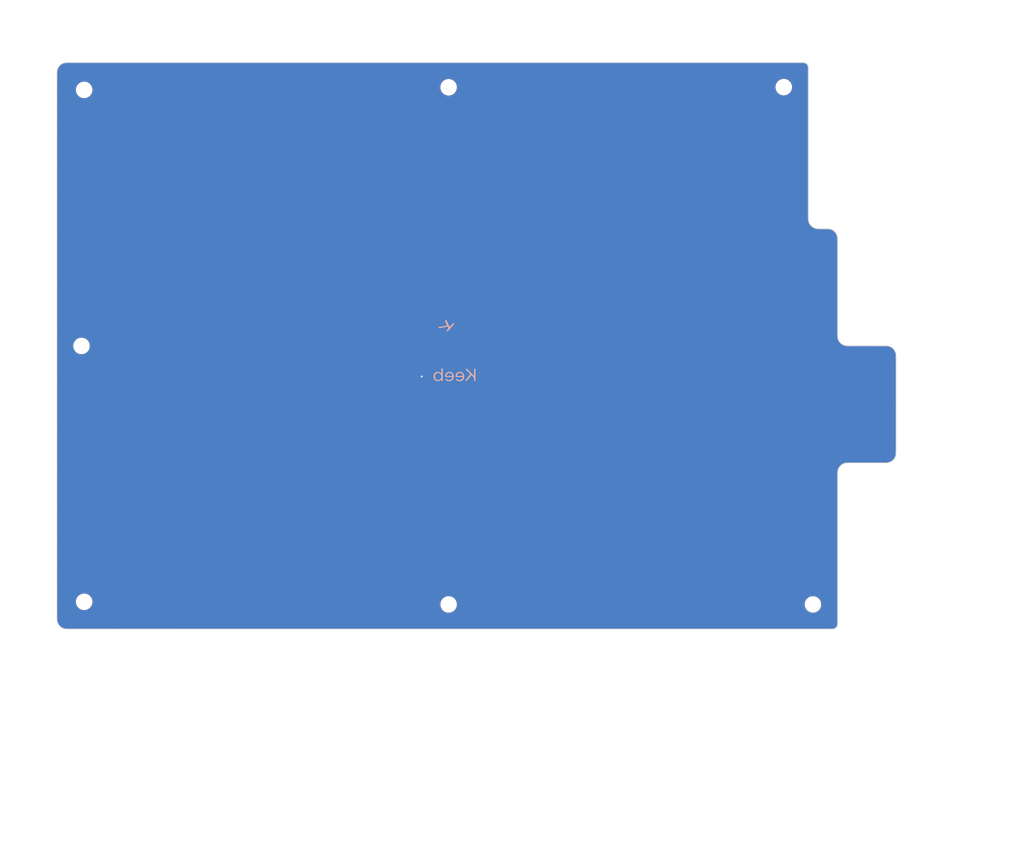
<source format=kicad_pcb>
(kicad_pcb (version 20221018) (generator pcbnew)
  (layers (0 "F.Cu" signal) (31 "B.Cu" signal) (34 "B.Paste" user) (35 "F.Paste" user) (36 "B.SilkS" user "B.Silkscreen") (37 "F.SilkS" user "F.Silkscreen") (38 "B.Mask" user) (39 "F.Mask" user) (44 "Edge.Cuts" user))
  (net 0 "")
  (net 1 "GND")
  (footprint "Mounting_Holes:MountingHole_2.2mm_M2" (layer "F.Cu") (at 138.275 103.325)
    (fp_text reference "REF**" hide)
    (fp_text value "MountingHole_2.2mm_M2" hide)
    (pad "" np_thru_hole circle (at 0 0) (size 2.2 2.2) (drill 2.2) (layers "*.Cu" "*.Mask"))
  )
  (footprint "Keebio-Parts:VIA-0.6mm" (layer "F.Cu") (at 74.6 66.225)
    (fp_text reference "REF**" hide)
    (fp_text value "VIA-0.6mm" hide)
    (pad "1" thru_hole circle (at 0 0) (size 0.6 0.6) (drill 0.3) (layers "*.Cu") (net 1 "GND"))
  )
  (footprint "Mounting_Holes:MountingHole_2.2mm_M2" (layer "F.Cu") (at 78.975 103.325)
    (fp_text reference "REF**" hide)
    (fp_text value "MountingHole_2.2mm_M2" hide)
    (pad "" np_thru_hole circle (at 0 0) (size 2.2 2.2) (drill 2.2) (layers "*.Cu" "*.Mask"))
  )
  (footprint "Mounting_Holes:MountingHole_2.2mm_M2" (layer "F.Cu") (at 19.65 102.9)
    (fp_text reference "REF**" hide)
    (fp_text value "MountingHole_2.2mm_M2" hide)
    (pad "" np_thru_hole circle (at 0 0) (size 2.2 2.2) (drill 2.2) (layers "*.Cu" "*.Mask"))
  )
  (footprint "Mounting_Holes:MountingHole_2.2mm_M2" (layer "F.Cu") (at 19.225 61.25)
    (fp_text reference "REF**" hide)
    (fp_text value "MountingHole_2.2mm_M2" hide)
    (pad "" np_thru_hole circle (at 0 0) (size 2.2 2.2) (drill 2.2) (layers "*.Cu" "*.Mask"))
  )
  (footprint "Mounting_Holes:MountingHole_2.2mm_M2" (layer "F.Cu") (at 19.65 19.575)
    (fp_text reference "REF**" hide)
    (fp_text value "MountingHole_2.2mm_M2" hide)
    (pad "" np_thru_hole circle (at 0 0) (size 2.2 2.2) (drill 2.2) (layers "*.Cu" "*.Mask"))
  )
  (footprint "Mounting_Holes:MountingHole_2.2mm_M2" (layer "F.Cu") (at 78.975 19.15)
    (fp_text reference "REF**" hide)
    (fp_text value "MountingHole_2.2mm_M2" hide)
    (pad "" np_thru_hole circle (at 0 0) (size 2.2 2.2) (drill 2.2) (layers "*.Cu" "*.Mask"))
  )
  (footprint "Mounting_Holes:MountingHole_2.2mm_M2" (layer "F.Cu") (at 133.525 19.125)
    (fp_text reference "REF**" hide)
    (fp_text value "MountingHole_2.2mm_M2" hide)
    (pad "" np_thru_hole circle (at 0 0) (size 2.2 2.2) (drill 2.2) (layers "*.Cu" "*.Mask"))
  )
  (footprint "Keebio-Art:Keebio-TwoTone" (layer "B.Cu") (at 78.58125 61.317188 180)
    (fp_text reference "G***" hide)
    (fp_text value "LOGO" hide)
  )
  (gr_line (start 144.315525 61.229177) (end 144.244848 61.229177) (stroke (width 0.1)) (layer "Edge.Cuts"))
  (gr_line (start 143.8505 80.285275) (end 143.947526 80.280878) (stroke (width 0.1)) (layer "Edge.Cuts"))
  (gr_line (start 144.244848 61.229177) (end 144.187086 61.229177) (stroke (width 0.1)) (layer "Edge.Cuts"))
  (gr_line (start 145.118388 80.279177) (end 145.465639 80.279177) (stroke (width 0.1)) (layer "Edge.Cuts"))
  (gr_line (start 137.518822 36.939107) (end 137.518822 35.528531) (stroke (width 0.1)) (layer "Edge.Cuts"))
  (gr_line (start 142.293894 59.742993) (end 142.286166 59.638467) (stroke (width 0.1)) (layer "Edge.Cuts"))
  (gr_line (start 142.819585 80.686049) (end 142.924666 80.599546) (stroke (width 0.1)) (layer "Edge.Cuts"))
  (gr_line (start 137.518822 40.08311) (end 137.518822 39.833921) (stroke (width 0.1)) (layer "Edge.Cuts"))
  (gr_line (start 144.187086 61.229177) (end 144.130961 61.229177) (stroke (width 0.1)) (layer "Edge.Cuts"))
  (gr_line (start 15.561535 106.715265) (end 15.650424 106.818604) (stroke (width 0.1)) (layer "Edge.Cuts"))
  (gr_line (start 23.121398 15.129176) (end 20.473628 15.129176) (stroke (width 0.1)) (layer "Edge.Cuts"))
  (gr_line (start 151.806322 78.409879) (end 151.806322 78.338959) (stroke (width 0.1)) (layer "Edge.Cuts"))
  (gr_line (start 151.669012 79.321381) (end 151.713619 79.200516) (stroke (width 0.1)) (layer "Edge.Cuts"))
  (gr_line (start 140.989306 107.32919) (end 141.294712 107.329187) (stroke (width 0.1)) (layer "Edge.Cuts"))
  (gr_line (start 142.281322 45.521611) (end 142.281322 45.007843) (stroke (width 0.1)) (layer "Edge.Cuts"))
  (gr_line (start 137.518822 40.228079) (end 137.518822 40.08311) (stroke (width 0.1)) (layer "Edge.Cuts"))
  (gr_line (start 137.32533 15.408733) (end 137.278703 15.359015) (stroke (width 0.1)) (layer "Edge.Cuts"))
  (gr_line (start 142.281322 105.759615) (end 142.281322 105.271317) (stroke (width 0.1)) (layer "Edge.Cuts"))
  (gr_line (start 151.806322 71.711946) (end 151.806322 70.367824) (stroke (width 0.1)) (layer "Edge.Cuts"))
  (gr_line (start 139.396757 42.179177) (end 139.339089 42.179177) (stroke (width 0.1)) (layer "Edge.Cuts"))
  (gr_line (start 137.527116 40.642224) (end 137.521514 40.542063) (stroke (width 0.1)) (layer "Edge.Cuts"))
  (gr_line (start 141.787795 107.267091) (end 141.847298 107.240374) (stroke (width 0.1)) (layer "Edge.Cuts"))
  (gr_line (start 150.638224 61.296037) (end 150.518388 61.269372) (stroke (width 0.1)) (layer "Edge.Cuts"))
  (gr_line (start 15.356688 106.372629) (end 15.413502 106.491109) (stroke (width 0.1)) (layer "Edge.Cuts"))
  (gr_line (start 17.007035 15.129193) (end 16.9278 15.129887) (stroke (width 0.1)) (layer "Edge.Cuts"))
  (gr_line (start 56.291979 15.129176) (end 46.87138 15.129176) (stroke (width 0.1)) (layer "Edge.Cuts"))
  (gr_line (start 142.281322 84.378948) (end 142.281322 83.572763) (stroke (width 0.1)) (layer "Edge.Cuts"))
  (gr_line (start 151.758777 62.480072) (end 151.729234 62.359555) (stroke (width 0.1)) (layer "Edge.Cuts"))
  (gr_line (start 15.219375 97.285287) (end 15.219375 100.322761) (stroke (width 0.1)) (layer "Edge.Cuts"))
  (gr_line (start 137.51823 15.970419) (end 137.516405 15.923125) (stroke (width 0.1)) (layer "Edge.Cuts"))
  (gr_line (start 137.613452 41.106484) (end 137.579233 40.985346) (stroke (width 0.1)) (layer "Edge.Cuts"))
  (gr_line (start 150.947817 80.09521) (end 151.063134 80.028405) (stroke (width 0.1)) (layer "Edge.Cuts"))
  (gr_line (start 141.294712 107.329187) (end 141.371663 107.329186) (stroke (width 0.1)) (layer "Edge.Cuts"))
  (gr_line (start 21.647726 107.330375) (end 24.875384 107.330343) (stroke (width 0.1)) (layer "Edge.Cuts"))
  (gr_line (start 149.539389 61.229177) (end 149.359714 61.229177) (stroke (width 0.1)) (layer "Edge.Cuts"))
  (gr_line (start 142.281322 46.206594) (end 142.281322 45.521611) (stroke (width 0.1)) (layer "Edge.Cuts"))
  (gr_line (start 143.985508 61.228389) (end 143.893122 61.225402) (stroke (width 0.1)) (layer "Edge.Cuts"))
  (gr_line (start 149.359714 61.229177) (end 149.121462 61.229177) (stroke (width 0.1)) (layer "Edge.Cuts"))
  (gr_line (start 148.433061 61.229177) (end 147.996792 61.229177) (stroke (width 0.1)) (layer "Edge.Cuts"))
  (gr_line (start 143.035657 80.522876) (end 143.151389 80.457205) (stroke (width 0.1)) (layer "Edge.Cuts"))
  (gr_line (start 140.000993 42.179177) (end 139.934145 42.179177) (stroke (width 0.1)) (layer "Edge.Cuts"))
  (gr_line (start 142.281322 88.554205) (end 142.281322 86.85288) (stroke (width 0.1)) (layer "Edge.Cuts"))
  (gr_line (start 15.227292 105.788323) (end 15.237489 105.89671) (stroke (width 0.1)) (layer "Edge.Cuts"))
  (gr_line (start 140.937559 42.209679) (end 140.823893 42.194639) (stroke (width 0.1)) (layer "Edge.Cuts"))
  (gr_line (start 150.402202 61.250949) (end 150.291901 61.239242) (stroke (width 0.1)) (layer "Edge.Cuts"))
  (gr_line (start 87.740958 15.129176) (end 77.132652 15.129176) (stroke (width 0.1)) (layer "Edge.Cuts"))
  (gr_line (start 97.933401 15.129177) (end 87.740958 15.129176) (stroke (width 0.1)) (layer "Edge.Cuts"))
  (gr_line (start 151.218914 61.593773) (end 151.110877 61.511799) (stroke (width 0.1)) (layer "Edge.Cuts"))
  (gr_line (start 142.281322 53.355702) (end 142.281322 52.02435) (stroke (width 0.1)) (layer "Edge.Cuts"))
  (gr_line (start 142.278631 43.816291) (end 142.273029 43.716131) (stroke (width 0.1)) (layer "Edge.Cuts"))
  (gr_line (start 139.934145 42.179177) (end 139.866 42.179177) (stroke (width 0.1)) (layer "Edge.Cuts"))
  (gr_line (start 142.186692 43.25187) (end 142.14151 43.131074) (stroke (width 0.1)) (layer "Edge.Cuts"))
  (gr_line (start 141.532567 42.426399) (end 141.417041 42.36016) (stroke (width 0.1)) (layer "Edge.Cuts"))
  (gr_line (start 15.611442 15.684211) (end 15.526471 15.790341) (stroke (width 0.1)) (layer "Edge.Cuts"))
  (gr_line (start 142.281322 48.162078) (end 142.281322 47.089256) (stroke (width 0.1)) (layer "Edge.Cuts"))
  (gr_line (start 16.671374 107.314375) (end 16.778488 107.32368) (stroke (width 0.1)) (layer "Edge.Cuts"))
  (gr_line (start 133.362218 15.129177) (end 130.769976 15.129177) (stroke (width 0.1)) (layer "Edge.Cuts"))
  (gr_line (start 140.06395 42.179177) (end 140.000993 42.179177) (stroke (width 0.1)) (layer "Edge.Cuts"))
  (gr_line (start 149.671762 61.229177) (end 149.539389 61.229177) (stroke (width 0.1)) (layer "Edge.Cuts"))
  (gr_line (start 15.413502 106.491109) (end 15.482171 106.60571) (stroke (width 0.1)) (layer "Edge.Cuts"))
  (gr_line (start 26.898409 15.129176) (end 23.121398 15.129176) (stroke (width 0.1)) (layer "Edge.Cuts"))
  (gr_line (start 142.281322 106.33109) (end 142.281322 106.313649) (stroke (width 0.1)) (layer "Edge.Cuts"))
  (gr_line (start 142.281322 106.331493) (end 142.281322 106.33109) (stroke (width 0.1)) (layer "Edge.Cuts"))
  (gr_line (start 146.068375 61.229177) (end 145.634417 61.229177) (stroke (width 0.1)) (layer "Edge.Cuts"))
  (gr_line (start 136.446718 15.129177) (end 135.996709 15.129177) (stroke (width 0.1)) (layer "Edge.Cuts"))
  (gr_line (start 137.505899 15.815023) (end 137.495698 15.756447) (stroke (width 0.1)) (layer "Edge.Cuts"))
  (gr_line (start 15.22067 16.810245) (end 15.21947 16.893641) (stroke (width 0.1)) (layer "Edge.Cuts"))
  (gr_line (start 137.518822 18.810469) (end 137.518822 17.853899) (stroke (width 0.1)) (layer "Edge.Cuts"))
  (gr_line (start 137.228211 15.313288) (end 137.174434 15.272134) (stroke (width 0.1)) (layer "Edge.Cuts"))
  (gr_line (start 151.806322 69.038392) (end 151.806322 67.774852) (stroke (width 0.1)) (layer "Edge.Cuts"))
  (gr_line (start 142.273029 43.716131) (end 142.262557 43.607373) (stroke (width 0.1)) (layer "Edge.Cuts"))
  (gr_line (start 151.806322 66.628405) (end 151.806322 65.650241) (stroke (width 0.1)) (layer "Edge.Cuts"))
  (gr_line (start 139.339089 42.179177) (end 139.266623 42.17897) (stroke (width 0.1)) (layer "Edge.Cuts"))
  (gr_line (start 142.971319 60.942757) (end 142.863576 60.860302) (stroke (width 0.1)) (layer "Edge.Cuts"))
  (gr_line (start 141.417041 42.36016) (end 141.297899 42.305992) (stroke (width 0.1)) (layer "Edge.Cuts"))
  (gr_line (start 151.806322 75.320422) (end 151.806322 74.239447) (stroke (width 0.1)) (layer "Edge.Cuts"))
  (gr_line (start 137.516405 15.923125) (end 137.512548 15.870954) (stroke (width 0.1)) (layer "Edge.Cuts"))
  (gr_line (start 151.806322 65.650241) (end 151.806322 64.874224) (stroke (width 0.1)) (layer "Edge.Cuts"))
  (gr_line (start 142.631817 80.883881) (end 142.721579 80.781216) (stroke (width 0.1)) (layer "Edge.Cuts"))
  (gr_line (start 15.806784 15.493771) (end 15.705268 15.584965) (stroke (width 0.1)) (layer "Edge.Cuts"))
  (gr_line (start 142.281322 103.593802) (end 142.281322 102.322755) (stroke (width 0.1)) (layer "Edge.Cuts"))
  (gr_line (start 137.481185 15.696341) (end 137.461599 15.635822) (stroke (width 0.1)) (layer "Edge.Cuts"))
  (gr_line (start 139.442069 42.179177) (end 139.396757 42.179177) (stroke (width 0.1)) (layer "Edge.Cuts"))
  (gr_line (start 122.016103 15.129177) (end 115.447161 15.129177) (stroke (width 0.1)) (layer "Edge.Cuts"))
  (gr_line (start 138.623347 42.094521) (end 138.502245 42.052362) (stroke (width 0.1)) (layer "Edge.Cuts"))
  (gr_line (start 143.270673 80.403649) (end 143.391815 80.362044) (stroke (width 0.1)) (layer "Edge.Cuts"))
  (gr_line (start 149.897848 61.229177) (end 149.839715 61.229177) (stroke (width 0.1)) (layer "Edge.Cuts"))
  (gr_line (start 141.935009 42.789102) (end 141.845683 42.686099) (stroke (width 0.1)) (layer "Edge.Cuts"))
  (gr_line (start 15.219375 19.066457) (end 15.219375 20.798074) (stroke (width 0.1)) (layer "Edge.Cuts"))
  (gr_line (start 142.263039 106.677047) (end 142.271628 106.619494) (stroke (width 0.1)) (layer "Edge.Cuts"))
  (gr_line (start 140.120423 42.179177) (end 140.06395 42.179177) (stroke (width 0.1)) (layer "Edge.Cuts"))
  (gr_line (start 139.594432 42.179177) (end 139.563266 42.179177) (stroke (width 0.1)) (layer "Edge.Cuts"))
  (gr_line (start 16.733796 15.139241) (end 16.623496 15.150947) (stroke (width 0.1)) (layer "Edge.Cuts"))
  (gr_line (start 144.366277 80.279177) (end 144.480118 80.279177) (stroke (width 0.1)) (layer "Edge.Cuts"))
  (gr_line (start 151.806322 70.367824) (end 151.806322 69.038392) (stroke (width 0.1)) (layer "Edge.Cuts"))
  (gr_line (start 16.623496 15.150947) (end 16.50731 15.169371) (stroke (width 0.1)) (layer "Edge.Cuts"))
  (gr_line (start 141.608146 107.314418) (end 141.667109 107.303368) (stroke (width 0.1)) (layer "Edge.Cuts"))
  (gr_line (start 142.281322 96.841829) (end 142.281322 94.711233) (stroke (width 0.1)) (layer "Edge.Cuts"))
  (gr_line (start 139.736195 42.179177) (end 139.679721 42.179177) (stroke (width 0.1)) (layer "Edge.Cuts"))
  (gr_line (start 139.632297 42.179177) (end 139.594432 42.179177) (stroke (width 0.1)) (layer "Edge.Cuts"))
  (gr_line (start 147.523393 61.229177) (end 147.031659 61.229177) (stroke (width 0.1)) (layer "Edge.Cuts"))
  (gr_line (start 151.414256 61.784212) (end 151.320429 61.684966) (stroke (width 0.1)) (layer "Edge.Cuts"))
  (gr_line (start 142.271628 106.619494) (end 142.276991 106.565059) (stroke (width 0.1)) (layer "Edge.Cuts"))
  (gr_line (start 151.320429 61.684966) (end 151.218914 61.593773) (stroke (width 0.1)) (layer "Edge.Cuts"))
  (gr_line (start 52.101852 107.330072) (end 62.305565 107.329971) (stroke (width 0.1)) (layer "Edge.Cuts"))
  (gr_line (start 136.765574 15.134421) (end 136.714349 15.131061) (stroke (width 0.1)) (layer "Edge.Cuts"))
  (gr_line (start 142.281322 98.875168) (end 142.281322 96.841829) (stroke (width 0.1)) (layer "Edge.Cuts"))
  (gr_line (start 140.403387 42.179177) (end 140.358076 42.179177) (stroke (width 0.1)) (layer "Edge.Cuts"))
  (gr_line (start 142.281322 94.711233) (end 142.281322 92.565211) (stroke (width 0.1)) (layer "Edge.Cuts"))
  (gr_line (start 15.451524 15.902189) (end 15.387768 16.018586) (stroke (width 0.1)) (layer "Edge.Cuts"))
  (gr_line (start 142.281322 92.565211) (end 142.281322 90.485591) (stroke (width 0.1)) (layer "Edge.Cuts"))
  (gr_line (start 151.54353 79.554461) (end 151.612198 79.43986) (stroke (width 0.1)) (layer "Edge.Cuts"))
  (gr_line (start 142.343182 81.467077) (end 142.377906 81.345903) (stroke (width 0.1)) (layer "Edge.Cuts"))
  (gr_line (start 151.806322 77.428829) (end 151.806322 76.907283) (stroke (width 0.1)) (layer "Edge.Cuts"))
  (gr_line (start 150.879911 61.380181) (end 150.759477 61.332465) (stroke (width 0.1)) (layer "Edge.Cuts"))
  (gr_line (start 142.281322 106.334274) (end 142.281322 106.332123) (stroke (width 0.1)) (layer "Edge.Cuts"))
  (gr_line (start 142.282509 59.54371) (end 142.281399 59.460957) (stroke (width 0.1)) (layer "Edge.Cuts"))
  (gr_line (start 137.174434 15.272134) (end 137.117958 15.236135) (stroke (width 0.1)) (layer "Edge.Cuts"))
  (gr_line (start 150.828822 80.149989) (end 150.947817 80.09521) (stroke (width 0.1)) (layer "Edge.Cuts"))
  (gr_line (start 15.31208 106.251764) (end 15.356688 106.372629) (stroke (width 0.1)) (layer "Edge.Cuts"))
  (gr_line (start 17.257553 15.129176) (end 17.078538 15.129176) (stroke (width 0.1)) (layer "Edge.Cuts"))
  (gr_line (start 18.136582 107.330409) (end 19.472433 107.330396) (stroke (width 0.1)) (layer "Edge.Cuts"))
  (gr_line (start 140.236878 42.179177) (end 140.205713 42.179177) (stroke (width 0.1)) (layer "Edge.Cuts"))
  (gr_line (start 151.747339 79.079419) (end 151.771695 78.960323) (stroke (width 0.1)) (layer "Edge.Cuts"))
  (gr_line (start 15.219375 17.969105) (end 15.219375 19.066457) (stroke (width 0.1)) (layer "Edge.Cuts"))
  (gr_line (start 145.877663 80.279177) (end 146.335754 80.279177) (stroke (width 0.1)) (layer "Edge.Cuts"))
  (gr_line (start 142.281322 106.313649) (end 142.281322 106.239866) (stroke (width 0.1)) (layer "Edge.Cuts"))
  (gr_line (start 142.279888 106.514858) (end 142.281077 106.470005) (stroke (width 0.1)) (layer "Edge.Cuts"))
  (gr_line (start 145.465639 80.279177) (end 145.877663 80.279177) (stroke (width 0.1)) (layer "Edge.Cuts"))
  (gr_line (start 137.716056 41.345596) (end 137.658635 41.22728) (stroke (width 0.1)) (layer "Edge.Cuts"))
  (gr_line (start 142.281322 44.219022) (end 142.281322 44.115309) (stroke (width 0.1)) (layer "Edge.Cuts"))
  (gr_line (start 15.232458 16.610007) (end 15.224492 16.714955) (stroke (width 0.1)) (layer "Edge.Cuts"))
  (gr_line (start 143.322207 61.123819) (end 143.201871 61.075509) (stroke (width 0.1)) (layer "Edge.Cuts"))
  (gr_line (start 142.307215 59.855053) (end 142.293894 59.742993) (stroke (width 0.1)) (layer "Edge.Cuts"))
  (gr_line (start 144.219305 80.279177) (end 144.283098 80.279177) (stroke (width 0.1)) (layer "Edge.Cuts"))
  (gr_line (start 16.438868 107.276036) (end 16.557423 107.299001) (stroke (width 0.1)) (layer "Edge.Cuts"))
  (gr_line (start 137.518822 39.833921) (end 137.518822 39.43772) (stroke (width 0.1)) (layer "Edge.Cuts"))
  (gr_line (start 139.266623 42.17897) (end 139.180506 42.177339) (stroke (width 0.1)) (layer "Edge.Cuts"))
  (gr_line (start 15.21947 16.893641) (end 15.219375 16.963463) (stroke (width 0.1)) (layer "Edge.Cuts"))
  (gr_line (start 142.281322 50.680828) (end 142.281322 49.376336) (stroke (width 0.1)) (layer "Edge.Cuts"))
  (gr_line (start 150.149187 80.277196) (end 150.247227 80.272434) (stroke (width 0.1)) (layer "Edge.Cuts"))
  (gr_line (start 142.281322 59.244596) (end 142.281322 59.112156) (stroke (width 0.1)) (layer "Edge.Cuts"))
  (gr_line (start 137.785278 41.459976) (end 137.716056 41.345596) (stroke (width 0.1)) (layer "Edge.Cuts"))
  (gr_line (start 16.50731 15.169371) (end 16.387473 15.196036) (stroke (width 0.1)) (layer "Edge.Cuts"))
  (gr_line (start 146.821115 80.279177) (end 147.314951 80.279177) (stroke (width 0.1)) (layer "Edge.Cuts"))
  (gr_line (start 149.469246 80.279177) (end 149.620401 80.279177) (stroke (width 0.1)) (layer "Edge.Cuts"))
  (gr_line (start 151.806322 74.239447) (end 151.806322 73.019554) (stroke (width 0.1)) (layer "Edge.Cuts"))
  (gr_line (start 142.377906 81.345903) (end 142.423666 81.225182) (stroke (width 0.1)) (layer "Edge.Cuts"))
  (gr_line (start 149.620401 80.279177) (end 149.730726 80.279177) (stroke (width 0.1)) (layer "Edge.Cuts"))
  (gr_line (start 142.281322 82.366031) (end 142.281322 82.225081) (stroke (width 0.1)) (layer "Edge.Cuts"))
  (gr_line (start 15.219375 81.655563) (end 15.219375 87.990726) (stroke (width 0.1)) (layer "Edge.Cuts"))
  (gr_line (start 147.798463 80.279177) (end 148.252856 80.279177) (stroke (width 0.1)) (layer "Edge.Cuts"))
  (gr_line (start 142.317973 81.586468) (end 142.343182 81.467077) (stroke (width 0.1)) (layer "Edge.Cuts"))
  (gr_line (start 95.151692 107.329645) (end 105.438438 107.329543) (stroke (width 0.1)) (layer "Edge.Cuts"))
  (gr_line (start 128.616107 107.329313) (end 133.243508 107.329267) (stroke (width 0.1)) (layer "Edge.Cuts"))
  (gr_line (start 151.173595 79.950716) (end 151.278033 79.86331) (stroke (width 0.1)) (layer "Edge.Cuts"))
  (gr_line (start 151.806322 63.338139) (end 151.806322 63.208714) (stroke (width 0.1)) (layer "Edge.Cuts"))
  (gr_line (start 142.284198 81.9116) (end 142.290005 81.810965) (stroke (width 0.1)) (layer "Edge.Cuts"))
  (gr_line (start 151.806322 76.213171) (end 151.806322 75.320422) (stroke (width 0.1)) (layer "Edge.Cuts"))
  (gr_line (start 137.518822 16.046171) (end 137.518784 16.011722) (stroke (width 0.1)) (layer "Edge.Cuts"))
  (gr_line (start 144.410394 61.229177) (end 144.315525 61.229177) (stroke (width 0.1)) (layer "Edge.Cuts"))
  (gr_line (start 137.518822 16.358641) (end 137.518822 16.178866) (stroke (width 0.1)) (layer "Edge.Cuts"))
  (gr_line (start 150.586843 80.224788) (end 150.707766 80.192707) (stroke (width 0.1)) (layer "Edge.Cuts"))
  (gr_line (start 142.210316 106.857273) (end 142.233143 106.797052) (stroke (width 0.1)) (layer "Edge.Cuts"))
  (gr_line (start 19.472433 107.330396) (end 21.647726 107.330375) (stroke (width 0.1)) (layer "Edge.Cuts"))
  (gr_line (start 140.321945 42.179177) (end 140.291819 42.179177) (stroke (width 0.1)) (layer "Edge.Cuts"))
  (gr_line (start 142.551466 80.992875) (end 142.631817 80.883881) (stroke (width 0.1)) (layer "Edge.Cuts"))
  (gr_line (start 142.14151 43.131074) (end 142.084089 43.012758) (stroke (width 0.1)) (layer "Edge.Cuts"))
  (gr_line (start 150.062456 80.278935) (end 150.149187 80.277196) (stroke (width 0.1)) (layer "Edge.Cuts"))
  (gr_line (start 16.077891 107.14646) (end 16.196887 107.201239) (stroke (width 0.1)) (layer "Edge.Cuts"))
  (gr_line (start 15.705268 15.584965) (end 15.611442 15.684211) (stroke (width 0.1)) (layer "Edge.Cuts"))
  (gr_line (start 138.267578 41.931955) (end 138.156851 41.854774) (stroke (width 0.1)) (layer "Edge.Cuts"))
  (gr_line (start 144.283098 80.279177) (end 144.366277 80.279177) (stroke (width 0.1)) (layer "Edge.Cuts"))
  (gr_line (start 137.537588 40.750981) (end 137.527116 40.642224) (stroke (width 0.1)) (layer "Edge.Cuts"))
  (gr_line (start 142.481694 81.107031) (end 142.551466 80.992875) (stroke (width 0.1)) (layer "Edge.Cuts"))
  (gr_line (start 137.518822 16.669837) (end 137.518822 16.358641) (stroke (width 0.1)) (layer "Edge.Cuts"))
  (gr_line (start 137.518822 39.43772) (end 137.518822 38.851712) (stroke (width 0.1)) (layer "Edge.Cuts"))
  (gr_line (start 16.145786 15.280179) (end 16.02821 15.340211) (stroke (width 0.1)) (layer "Edge.Cuts"))
  (gr_line (start 122.488364 107.329374) (end 128.616107 107.329313) (stroke (width 0.1)) (layer "Edge.Cuts"))
  (gr_line (start 143.084473 61.014882) (end 142.971319 60.942757) (stroke (width 0.1)) (layer "Edge.Cuts"))
  (gr_line (start 149.95379 61.229177) (end 149.897848 61.229177) (stroke (width 0.1)) (layer "Edge.Cuts"))
  (gr_line (start 15.219375 43.769167) (end 15.219375 51.174272) (stroke (width 0.1)) (layer "Edge.Cuts"))
  (gr_line (start 142.146564 106.973158) (end 142.181369 106.916211) (stroke (width 0.1)) (layer "Edge.Cuts"))
  (gr_line (start 137.518822 38.851712) (end 137.518822 38.033105) (stroke (width 0.1)) (layer "Edge.Cuts"))
  (gr_line (start 137.512548 15.870954) (end 137.505899 15.815023) (stroke (width 0.1)) (layer "Edge.Cuts"))
  (gr_line (start 142.281322 44.384029) (end 142.281322 44.219022) (stroke (width 0.1)) (layer "Edge.Cuts"))
  (gr_line (start 146.540388 61.229177) (end 146.068375 61.229177) (stroke (width 0.1)) (layer "Edge.Cuts"))
  (gr_line (start 150.097897 61.229888) (end 150.018663 61.229194) (stroke (width 0.1)) (layer "Edge.Cuts"))
  (gr_line (start 15.219375 51.174272) (end 15.219375 58.965539) (stroke (width 0.1)) (layer "Edge.Cuts"))
  (gr_line (start 141.90503 107.207614) (end 141.960397 107.169367) (stroke (width 0.1)) (layer "Edge.Cuts"))
  (gr_line (start 141.551589 107.321757) (end 141.608146 107.314418) (stroke (width 0.1)) (layer "Edge.Cuts"))
  (gr_line (start 151.801206 62.814957) (end 151.793239 62.710008) (stroke (width 0.1)) (layer "Edge.Cuts"))
  (gr_line (start 141.297899 42.305992) (end 141.176797 42.263833) (stroke (width 0.1)) (layer "Edge.Cuts"))
  (gr_line (start 137.518822 16.08866) (end 137.518822 16.046171) (stroke (width 0.1)) (layer "Edge.Cuts"))
  (gr_line (start 142.281813 82.001514) (end 142.284198 81.9116) (stroke (width 0.1)) (layer "Edge.Cuts"))
  (gr_line (start 127.055898 15.129177) (end 122.016103 15.129177) (stroke (width 0.1)) (layer "Edge.Cuts"))
  (gr_line (start 151.805939 78.54866) (end 151.806322 78.473098) (stroke (width 0.1)) (layer "Edge.Cuts"))
  (gr_line (start 15.219375 105.448274) (end 15.219376 105.524341) (stroke (width 0.1)) (layer "Edge.Cuts"))
  (gr_line (start 147.314951 80.279177) (end 147.798463 80.279177) (stroke (width 0.1)) (layer "Edge.Cuts"))
  (gr_line (start 151.806322 63.847545) (end 151.806322 63.541923) (stroke (width 0.1)) (layer "Edge.Cuts"))
  (gr_line (start 144.540732 61.229177) (end 144.410394 61.229177) (stroke (width 0.1)) (layer "Edge.Cuts"))
  (gr_line (start 138.976252 42.163715) (end 138.862585 42.148675) (stroke (width 0.1)) (layer "Edge.Cuts"))
  (gr_line (start 140.205713 42.179177) (end 140.167848 42.179177) (stroke (width 0.1)) (layer "Edge.Cuts"))
  (gr_line (start 149.839715 61.229177) (end 149.768112 61.229177) (stroke (width 0.1)) (layer "Edge.Cuts"))
  (gr_line (start 138.156851 41.854774) (end 138.05209 41.767818) (stroke (width 0.1)) (layer "Edge.Cuts"))
  (gr_line (start 151.464167 79.664015) (end 151.54353 79.554461) (stroke (width 0.1)) (layer "Edge.Cuts"))
  (gr_line (start 142.281322 55.777083) (end 142.281322 54.62368) (stroke (width 0.1)) (layer "Edge.Cuts"))
  (gr_line (start 136.820797 15.140411) (end 136.765574 15.134421) (stroke (width 0.1)) (layer "Edge.Cuts"))
  (gr_line (start 144.480118 80.279177) (end 144.635898 80.279177) (stroke (width 0.1)) (layer "Edge.Cuts"))
  (gr_line (start 142.281322 90.485591) (end 142.281322 88.554205) (stroke (width 0.1)) (layer "Edge.Cuts"))
  (gr_line (start 137.521514 40.542063) (end 137.519257 40.452734) (stroke (width 0.1)) (layer "Edge.Cuts"))
  (gr_line (start 151.713619 79.200516) (end 151.747339 79.079419) (stroke (width 0.1)) (layer "Edge.Cuts"))
  (gr_line (start 142.446889 60.333945) (end 142.395972 60.214091) (stroke (width 0.1)) (layer "Edge.Cuts"))
  (gr_line (start 141.845683 42.686099) (end 141.748055 42.590536) (stroke (width 0.1)) (layer "Edge.Cuts"))
  (gr_line (start 142.721579 80.781216) (end 142.819585 80.686049) (stroke (width 0.1)) (layer "Edge.Cuts"))
  (gr_line (start 137.954462 41.672255) (end 137.865136 41.569252) (stroke (width 0.1)) (layer "Edge.Cuts"))
  (gr_line (start 142.061705 107.078742) (end 142.106482 107.027529) (stroke (width 0.1)) (layer "Edge.Cuts"))
  (gr_line (start 141.748055 42.590536) (end 141.643294 42.50358) (stroke (width 0.1)) (layer "Edge.Cuts"))
  (gr_line (start 15.296463 16.259553) (end 15.266921 16.380071) (stroke (width 0.1)) (layer "Edge.Cuts"))
  (gr_line (start 15.387768 16.018586) (end 15.336244 16.138316) (stroke (width 0.1)) (layer "Edge.Cuts"))
  (gr_line (start 136.938776 15.163322) (end 136.878903 15.149791) (stroke (width 0.1)) (layer "Edge.Cuts"))
  (gr_line (start 142.281322 105.271317) (end 142.281322 104.563018) (stroke (width 0.1)) (layer "Edge.Cuts"))
  (gr_line (start 137.495698 15.756447) (end 137.481185 15.696341) (stroke (width 0.1)) (layer "Edge.Cuts"))
  (gr_line (start 151.806322 64.874224) (end 151.806322 64.282485) (stroke (width 0.1)) (layer "Edge.Cuts"))
  (gr_line (start 151.771695 78.960323) (end 151.788209 78.845465) (stroke (width 0.1)) (layer "Edge.Cuts"))
  (gr_line (start 142.181369 106.916211) (end 142.210316 106.857273) (stroke (width 0.1)) (layer "Edge.Cuts"))
  (gr_line (start 150.759477 61.332465) (end 150.638224 61.296037) (stroke (width 0.1)) (layer "Edge.Cuts"))
  (gr_line (start 151.803808 78.637398) (end 151.805939 78.54866) (stroke (width 0.1)) (layer "Edge.Cuts"))
  (gr_line (start 149.265983 80.279177) (end 149.469246 80.279177) (stroke (width 0.1)) (layer "Edge.Cuts"))
  (gr_line (start 137.518822 35.528531) (end 137.518822 33.814018) (stroke (width 0.1)) (layer "Edge.Cuts"))
  (gr_line (start 137.658635 41.22728) (end 137.613452 41.106484) (stroke (width 0.1)) (layer "Edge.Cuts"))
  (gr_line (start 16.876528 107.32844) (end 16.96326 107.33018) (stroke (width 0.1)) (layer "Edge.Cuts"))
  (gr_line (start 142.668993 60.669074) (end 142.584488 60.562635) (stroke (width 0.1)) (layer "Edge.Cuts"))
  (gr_line (start 142.281322 52.02435) (end 142.281322 50.680828) (stroke (width 0.1)) (layer "Edge.Cuts"))
  (gr_line (start 15.219375 104.802773) (end 15.219375 105.258363) (stroke (width 0.1)) (layer "Edge.Cuts"))
  (gr_line (start 142.106482 107.027529) (end 142.146564 106.973158) (stroke (width 0.1)) (layer "Edge.Cuts"))
  (gr_line (start 151.806322 64.282485) (end 151.806322 63.847545) (stroke (width 0.1)) (layer "Edge.Cuts"))
  (gr_line (start 29.36833 107.330298) (end 35.339487 107.330239) (stroke (width 0.1)) (layer "Edge.Cuts"))
  (gr_line (start 144.104764 80.279177) (end 144.163619 80.279177) (stroke (width 0.1)) (layer "Edge.Cuts"))
  (gr_line (start 138.862585 42.148675) (end 138.744205 42.126118) (stroke (width 0.1)) (layer "Edge.Cuts"))
  (gr_line (start 15.219375 16.963463) (end 15.219375 17.069525) (stroke (width 0.1)) (layer "Edge.Cuts"))
  (gr_line (start 142.281322 102.322755) (end 142.281322 100.72942) (stroke (width 0.1)) (layer "Edge.Cuts"))
  (gr_line (start 142.281322 106.068826) (end 142.281322 105.759615) (stroke (width 0.1)) (layer "Edge.Cuts"))
  (gr_line (start 46.87138 15.129176) (end 38.658451 15.129176) (stroke (width 0.1)) (layer "Edge.Cuts"))
  (gr_line (start 16.835976 15.132729) (end 16.733796 15.139241) (stroke (width 0.1)) (layer "Edge.Cuts"))
  (gr_line (start 144.163619 80.279177) (end 144.219305 80.279177) (stroke (width 0.1)) (layer "Edge.Cuts"))
  (gr_line (start 138.502245 42.052362) (end 138.383104 41.998194) (stroke (width 0.1)) (layer "Edge.Cuts"))
  (gr_line (start 151.278033 79.86331) (end 151.375279 79.767353) (stroke (width 0.1)) (layer "Edge.Cuts"))
  (gr_line (start 150.468289 80.247753) (end 150.586843 80.224788) (stroke (width 0.1)) (layer "Edge.Cuts"))
  (gr_line (start 115.447161 15.129177) (end 107.304096 15.129177) (stroke (width 0.1)) (layer "Edge.Cuts"))
  (gr_line (start 142.281077 106.470005) (end 142.28132 106.431615) (stroke (width 0.1)) (layer "Edge.Cuts"))
  (gr_line (start 148.813402 61.229177) (end 148.433061 61.229177) (stroke (width 0.1)) (layer "Edge.Cuts"))
  (gr_line (start 149.873994 80.279177) (end 149.929491 80.279177) (stroke (width 0.1)) (layer "Edge.Cuts"))
  (gr_line (start 142.863576 60.860302) (end 142.762412 60.768686) (stroke (width 0.1)) (layer "Edge.Cuts"))
  (gr_line (start 151.110877 61.511799) (end 150.997487 61.440212) (stroke (width 0.1)) (layer "Edge.Cuts"))
  (gr_line (start 151.729234 62.359555) (end 151.689454 62.238317) (stroke (width 0.1)) (layer "Edge.Cuts"))
  (gr_line (start 151.806322 78.473098) (end 151.806322 78.409879) (stroke (width 0.1)) (layer "Edge.Cuts"))
  (gr_line (start 66.514364 15.129176) (end 56.291979 15.129176) (stroke (width 0.1)) (layer "Edge.Cuts"))
  (gr_line (start 141.847298 107.240374) (end 141.90503 107.207614) (stroke (width 0.1)) (layer "Edge.Cuts"))
  (gr_line (start 142.281322 106.400657) (end 142.281322 106.376839) (stroke (width 0.1)) (layer "Edge.Cuts"))
  (gr_line (start 142.510064 60.450536) (end 142.446889 60.333945) (stroke (width 0.1)) (layer "Edge.Cuts"))
  (gr_line (start 133.243508 107.329267) (end 136.582546 107.329234) (stroke (width 0.1)) (layer "Edge.Cuts"))
  (gr_line (start 15.747672 106.91456) (end 15.852111 107.001967) (stroke (width 0.1)) (layer "Edge.Cuts"))
  (gr_line (start 145.634417 61.229177) (end 145.257311 61.229177) (stroke (width 0.1)) (layer "Edge.Cuts"))
  (gr_line (start 151.499227 61.890342) (end 151.414256 61.784212) (stroke (width 0.1)) (layer "Edge.Cuts"))
  (gr_line (start 142.281322 58.592667) (end 142.281322 58.150658) (stroke (width 0.1)) (layer "Edge.Cuts"))
  (gr_line (start 77.132652 15.129176) (end 66.514364 15.129176) (stroke (width 0.1)) (layer "Edge.Cuts"))
  (gr_line (start 141.727364 107.287845) (end 141.787795 107.267091) (stroke (width 0.1)) (layer "Edge.Cuts"))
  (gr_line (start 142.281322 85.458427) (end 142.281322 84.378948) (stroke (width 0.1)) (layer "Edge.Cuts"))
  (gr_line (start 139.563266 42.179177) (end 139.535623 42.179177) (stroke (width 0.1)) (layer "Edge.Cuts"))
  (gr_line (start 151.806322 78.064145) (end 151.806322 77.80529) (stroke (width 0.1)) (layer "Edge.Cuts"))
  (gr_line (start 16.196887 107.201239) (end 16.317945 107.243957) (stroke (width 0.1)) (layer "Edge.Cuts"))
  (gr_line (start 137.518822 23.487518) (end 137.518822 21.644226) (stroke (width 0.1)) (layer "Edge.Cuts"))
  (gr_line (start 16.26622 15.232464) (end 16.145786 15.280179) (stroke (width 0.1)) (layer "Edge.Cuts"))
  (gr_line (start 142.300755 81.701842) (end 142.317973 81.586468) (stroke (width 0.1)) (layer "Edge.Cuts"))
  (gr_line (start 16.557423 107.299001) (end 16.671374 107.314375) (stroke (width 0.1)) (layer "Edge.Cuts"))
  (gr_line (start 148.999334 80.279177) (end 149.265983 80.279177) (stroke (width 0.1)) (layer "Edge.Cuts"))
  (gr_line (start 151.63793 62.118588) (end 151.574174 62.00219) (stroke (width 0.1)) (layer "Edge.Cuts"))
  (gr_line (start 142.35673 60.092837) (end 142.327652 59.972413) (stroke (width 0.1)) (layer "Edge.Cuts"))
  (gr_line (start 140.167848 42.179177) (end 140.120423 42.179177) (stroke (width 0.1)) (layer "Edge.Cuts"))
  (gr_line (start 15.650424 106.818604) (end 15.747672 106.91456) (stroke (width 0.1)) (layer "Edge.Cuts"))
  (gr_line (start 142.281322 45.007843) (end 142.281322 44.637809) (stroke (width 0.1)) (layer "Edge.Cuts"))
  (gr_line (start 143.630804 80.308776) (end 143.744181 80.294067) (stroke (width 0.1)) (layer "Edge.Cuts"))
  (gr_line (start 107.304096 15.129177) (end 97.933401 15.129177) (stroke (width 0.1)) (layer "Edge.Cuts"))
  (gr_line (start 143.512604 80.330928) (end 143.630804 80.308776) (stroke (width 0.1)) (layer "Edge.Cuts"))
  (gr_line (start 142.281322 106.338884) (end 142.281322 106.334274) (stroke (width 0.1)) (layer "Edge.Cuts"))
  (gr_line (start 151.612198 79.43986) (end 151.669012 79.321381) (stroke (width 0.1)) (layer "Edge.Cuts"))
  (gr_line (start 148.252856 80.279177) (end 148.659334 80.279177) (stroke (width 0.1)) (layer "Edge.Cuts"))
  (gr_line (start 142.281322 49.376336) (end 142.281322 48.162078) (stroke (width 0.1)) (layer "Edge.Cuts"))
  (gr_line (start 137.518822 20.065867) (end 137.518822 18.810469) (stroke (width 0.1)) (layer "Edge.Cuts"))
  (gr_line (start 142.281322 59.328807) (end 142.281322 59.244596) (stroke (width 0.1)) (layer "Edge.Cuts"))
  (gr_line (start 137.518822 31.873472) (end 137.518822 29.788721) (stroke (width 0.1)) (layer "Edge.Cuts"))
  (gr_line (start 151.806322 63.063016) (end 151.806227 62.993642) (stroke (width 0.1)) (layer "Edge.Cuts"))
  (gr_line (start 142.327652 59.972413) (end 142.307215 59.855053) (stroke (width 0.1)) (layer "Edge.Cuts"))
  (gr_line (start 15.219375 74.506261) (end 15.219375 81.655563) (stroke (width 0.1)) (layer "Edge.Cuts"))
  (gr_line (start 140.264522 42.179177) (end 140.236878 42.179177) (stroke (width 0.1)) (layer "Edge.Cuts"))
  (gr_line (start 15.219375 93.222549) (end 15.219375 97.285287) (stroke (width 0.1)) (layer "Edge.Cuts"))
  (gr_line (start 149.121462 61.229177) (end 148.813402 61.229177) (stroke (width 0.1)) (layer "Edge.Cuts"))
  (gr_line (start 16.96326 107.33018) (end 17.036449 107.33042) (stroke (width 0.1)) (layer "Edge.Cuts"))
  (gr_line (start 142.281322 83.572763) (end 142.281322 82.997078) (stroke (width 0.1)) (layer "Edge.Cuts"))
  (gr_line (start 151.806322 63.208714) (end 151.806322 63.126166) (stroke (width 0.1)) (layer "Edge.Cuts"))
  (gr_line (start 15.219375 37.050301) (end 15.219375 43.769167) (stroke (width 0.1)) (layer "Edge.Cuts"))
  (gr_line (start 148.659334 80.279177) (end 148.999334 80.279177) (stroke (width 0.1)) (layer "Edge.Cuts"))
  (gr_line (start 137.059363 15.205875) (end 136.999301 15.181763) (stroke (width 0.1)) (layer "Edge.Cuts"))
  (gr_line (start 138.383104 41.998194) (end 138.267578 41.931955) (stroke (width 0.1)) (layer "Edge.Cuts"))
  (gr_line (start 142.281322 58.904006) (end 142.281322 58.592667) (stroke (width 0.1)) (layer "Edge.Cuts"))
  (gr_line (start 15.237489 105.89671) (end 15.254003 106.011569) (stroke (width 0.1)) (layer "Edge.Cuts"))
  (gr_line (start 141.176797 42.263833) (end 141.055939 42.232236) (stroke (width 0.1)) (layer "Edge.Cuts"))
  (gr_line (start 142.245693 43.492254) (end 142.220912 43.373008) (stroke (width 0.1)) (layer "Edge.Cuts"))
  (gr_line (start 42.974119 107.330163) (end 52.101852 107.330072) (stroke (width 0.1)) (layer "Edge.Cuts"))
  (gr_line (start 140.358076 42.179177) (end 140.321945 42.179177) (stroke (width 0.1)) (layer "Edge.Cuts"))
  (gr_line (start 15.219375 58.965539) (end 15.219375 66.842894) (stroke (width 0.1)) (layer "Edge.Cuts"))
  (gr_line (start 142.281322 104.563018) (end 142.281322 103.593802) (stroke (width 0.1)) (layer "Edge.Cuts"))
  (gr_line (start 142.281326 82.078471) (end 142.281813 82.001514) (stroke (width 0.1)) (layer "Edge.Cuts"))
  (gr_line (start 15.336244 16.138316) (end 15.296463 16.259553) (stroke (width 0.1)) (layer "Edge.Cuts"))
  (gr_line (start 144.717816 61.229177) (end 144.540732 61.229177) (stroke (width 0.1)) (layer "Edge.Cuts"))
  (gr_line (start 140.243464 107.329197) (end 140.989306 107.32919) (stroke (width 0.1)) (layer "Edge.Cuts"))
  (gr_line (start 150.997487 61.440212) (end 150.879911 61.380181) (stroke (width 0.1)) (layer "Edge.Cuts"))
  (gr_line (start 15.482171 106.60571) (end 15.561535 106.715265) (stroke (width 0.1)) (layer "Edge.Cuts"))
  (gr_line (start 15.22189 105.688643) (end 15.227292 105.788323) (stroke (width 0.1)) (layer "Edge.Cuts"))
  (gr_line (start 142.281322 82.997078) (end 142.281322 82.609098) (stroke (width 0.1)) (layer "Edge.Cuts"))
  (gr_line (start 73.163167 107.329863) (end 84.252572 107.329753) (stroke (width 0.1)) (layer "Edge.Cuts"))
  (gr_line (start 144.033025 80.279353) (end 144.104764 80.279177) (stroke (width 0.1)) (layer "Edge.Cuts"))
  (gr_line (start 105.438438 107.329543) (end 114.690722 107.329451) (stroke (width 0.1)) (layer "Edge.Cuts"))
  (gr_line (start 142.281322 59.392268) (end 142.281322 59.328807) (stroke (width 0.1)) (layer "Edge.Cuts"))
  (gr_line (start 142.281322 106.376839) (end 142.281322 106.35923) (stroke (width 0.1)) (layer "Edge.Cuts"))
  (gr_line (start 151.806322 76.907283) (end 151.806322 76.213171) (stroke (width 0.1)) (layer "Edge.Cuts"))
  (gr_line (start 140.619639 42.181015) (end 140.533521 42.179384) (stroke (width 0.1)) (layer "Edge.Cuts"))
  (gr_line (start 136.582546 107.329234) (end 138.845205 107.329211) (stroke (width 0.1)) (layer "Edge.Cuts"))
  (gr_line (start 150.189722 61.23273) (end 150.097897 61.229888) (stroke (width 0.1)) (layer "Edge.Cuts"))
  (gr_line (start 16.778488 107.32368) (end 16.876528 107.32844) (stroke (width 0.1)) (layer "Edge.Cuts"))
  (gr_line (start 147.031659 61.229177) (end 146.540388 61.229177) (stroke (width 0.1)) (layer "Edge.Cuts"))
  (gr_line (start 149.929491 80.279177) (end 149.989267 80.279177) (stroke (width 0.1)) (layer "Edge.Cuts"))
  (gr_line (start 143.151389 80.457205) (end 143.270673 80.403649) (stroke (width 0.1)) (layer "Edge.Cuts"))
  (gr_line (start 151.788209 78.845465) (end 151.798406 78.737078) (stroke (width 0.1)) (layer "Edge.Cuts"))
  (gr_line (start 150.707766 80.192707) (end 150.828822 80.149989) (stroke (width 0.1)) (layer "Edge.Cuts"))
  (gr_line (start 20.473628 15.129176) (end 18.750277 15.129176) (stroke (width 0.1)) (layer "Edge.Cuts"))
  (gr_line (start 38.658451 15.129176) (end 32.009482 15.129176) (stroke (width 0.1)) (layer "Edge.Cuts"))
  (gr_line (start 142.395972 60.214091) (end 142.35673 60.092837) (stroke (width 0.1)) (layer "Edge.Cuts"))
  (gr_line (start 143.947526 80.280878) (end 144.033025 80.279353) (stroke (width 0.1)) (layer "Edge.Cuts"))
  (gr_line (start 137.518822 40.311621) (end 137.518822 40.228079) (stroke (width 0.1)) (layer "Edge.Cuts"))
  (gr_line (start 17.746526 15.129176) (end 17.257553 15.129176) (stroke (width 0.1)) (layer "Edge.Cuts"))
  (gr_line (start 142.281322 106.35923) (end 142.281322 106.34689) (stroke (width 0.1)) (layer "Edge.Cuts"))
  (gr_line (start 137.518822 16.178866) (end 137.518822 16.08866) (stroke (width 0.1)) (layer "Edge.Cuts"))
  (gr_line (start 151.806322 67.774852) (end 151.806322 66.628405) (stroke (width 0.1)) (layer "Edge.Cuts"))
  (gr_line (start 151.806322 63.541923) (end 151.806322 63.338139) (stroke (width 0.1)) (layer "Edge.Cuts"))
  (gr_line (start 142.281322 106.34689) (end 142.281322 106.338884) (stroke (width 0.1)) (layer "Edge.Cuts"))
  (gr_line (start 15.219376 105.524341) (end 15.219759 105.599903) (stroke (width 0.1)) (layer "Edge.Cuts"))
  (gr_line (start 142.014867 42.898378) (end 141.935009 42.789102) (stroke (width 0.1)) (layer "Edge.Cuts"))
  (gr_line (start 139.08297 42.172762) (end 138.976252 42.163715) (stroke (width 0.1)) (layer "Edge.Cuts"))
  (gr_line (start 137.117958 15.236135) (end 137.059363 15.205875) (stroke (width 0.1)) (layer "Edge.Cuts"))
  (gr_line (start 150.518388 61.269372) (end 150.402202 61.250949) (stroke (width 0.1)) (layer "Edge.Cuts"))
  (gr_line (start 150.291901 61.239242) (end 150.189722 61.23273) (stroke (width 0.1)) (layer "Edge.Cuts"))
  (gr_line (start 137.518822 33.814018) (end 137.518822 31.873472) (stroke (width 0.1)) (layer "Edge.Cuts"))
  (gr_line (start 142.28132 43.981882) (end 142.280887 43.90562) (stroke (width 0.1)) (layer "Edge.Cuts"))
  (gr_line (start 150.247227 80.272434) (end 150.354339 80.263128) (stroke (width 0.1)) (layer "Edge.Cuts"))
  (gr_line (start 140.291819 42.179177) (end 140.264522 42.179177) (stroke (width 0.1)) (layer "Edge.Cuts"))
  (gr_line (start 137.518822 38.033105) (end 137.518822 36.939107) (stroke (width 0.1)) (layer "Edge.Cuts"))
  (gr_line (start 35.339487 107.330239) (end 42.974119 107.330163) (stroke (width 0.1)) (layer "Edge.Cuts"))
  (gr_line (start 143.56343 61.187875) (end 143.443472 61.160766) (stroke (width 0.1)) (layer "Edge.Cuts"))
  (gr_line (start 142.281322 82.225081) (end 142.281322 82.143455) (stroke (width 0.1)) (layer "Edge.Cuts"))
  (gr_line (start 135.036502 15.129177) (end 133.362218 15.129177) (stroke (width 0.1)) (layer "Edge.Cuts"))
  (gr_line (start 15.219375 103.929587) (end 15.219375 104.802773) (stroke (width 0.1)) (layer "Edge.Cuts"))
  (gr_line (start 143.443472 61.160766) (end 143.322207 61.123819) (stroke (width 0.1)) (layer "Edge.Cuts"))
  (gr_line (start 139.679721 42.179177) (end 139.632297 42.179177) (stroke (width 0.1)) (layer "Edge.Cuts"))
  (gr_line (start 151.779604 62.597635) (end 151.758777 62.480072) (stroke (width 0.1)) (layer "Edge.Cuts"))
  (gr_line (start 143.391815 80.362044) (end 143.512604 80.330928) (stroke (width 0.1)) (layer "Edge.Cuts"))
  (gr_line (start 142.423666 81.225182) (end 142.481694 81.107031) (stroke (width 0.1)) (layer "Edge.Cuts"))
  (gr_line (start 15.219375 87.990726) (end 15.219375 93.222549) (stroke (width 0.1)) (layer "Edge.Cuts"))
  (gr_line (start 135.996709 15.129177) (end 135.036502 15.129177) (stroke (width 0.1)) (layer "Edge.Cuts"))
  (gr_line (start 136.590408 15.129177) (end 136.446718 15.129177) (stroke (width 0.1)) (layer "Edge.Cuts"))
  (gr_line (start 142.262557 43.607373) (end 142.245693 43.492254) (stroke (width 0.1)) (layer "Edge.Cuts"))
  (gr_line (start 16.9278 15.129887) (end 16.835976 15.132729) (stroke (width 0.1)) (layer "Edge.Cuts"))
  (gr_line (start 16.317945 107.243957) (end 16.438868 107.276036) (stroke (width 0.1)) (layer "Edge.Cuts"))
  (gr_line (start 15.219759 105.599903) (end 15.22189 105.688643) (stroke (width 0.1)) (layer "Edge.Cuts"))
  (gr_line (start 137.579233 40.985346) (end 137.554452 40.8661) (stroke (width 0.1)) (layer "Edge.Cuts"))
  (gr_line (start 143.201871 61.075509) (end 143.084473 61.014882) (stroke (width 0.1)) (layer "Edge.Cuts"))
  (gr_line (start 137.518822 25.513916) (end 137.518822 23.487518) (stroke (width 0.1)) (layer "Edge.Cuts"))
  (gr_line (start 142.281322 57.550499) (end 142.281322 56.76471) (stroke (width 0.1)) (layer "Edge.Cuts"))
  (gr_line (start 15.852111 107.001967) (end 15.962573 107.079656) (stroke (width 0.1)) (layer "Edge.Cuts"))
  (gr_line (start 137.554452 40.8661) (end 137.537588 40.750981) (stroke (width 0.1)) (layer "Edge.Cuts"))
  (gr_line (start 141.667109 107.303368) (end 141.727364 107.287845) (stroke (width 0.1)) (layer "Edge.Cuts"))
  (gr_line (start 142.281322 100.72942) (end 142.281322 98.875168) (stroke (width 0.1)) (layer "Edge.Cuts"))
  (gr_line (start 150.018663 61.229194) (end 149.95379 61.229177) (stroke (width 0.1)) (layer "Edge.Cuts"))
  (gr_line (start 137.519257 40.452734) (end 137.518824 40.376472) (stroke (width 0.1)) (layer "Edge.Cuts"))
  (gr_line (start 136.999301 15.181763) (end 136.938776 15.163322) (stroke (width 0.1)) (layer "Edge.Cuts"))
  (gr_line (start 142.281322 106.332123) (end 142.281322 106.331493) (stroke (width 0.1)) (layer "Edge.Cuts"))
  (gr_line (start 15.219375 17.3541) (end 15.219375 17.969105) (stroke (width 0.1)) (layer "Edge.Cuts"))
  (gr_line (start 149.730726 80.279177) (end 149.811498 80.279177) (stroke (width 0.1)) (layer "Edge.Cuts"))
  (gr_line (start 15.219375 26.771767) (end 15.219375 31.317677) (stroke (width 0.1)) (layer "Edge.Cuts"))
  (gr_line (start 18.750277 15.129176) (end 17.746526 15.129176) (stroke (width 0.1)) (layer "Edge.Cuts"))
  (gr_line (start 138.845205 107.329211) (end 140.243464 107.329197) (stroke (width 0.1)) (layer "Edge.Cuts"))
  (gr_line (start 142.281322 54.62368) (end 142.281322 53.355702) (stroke (width 0.1)) (layer "Edge.Cuts"))
  (gr_line (start 15.266921 16.380071) (end 15.246094 16.497634) (stroke (width 0.1)) (layer "Edge.Cuts"))
  (gr_line (start 15.219375 31.317677) (end 15.219375 37.050301) (stroke (width 0.1)) (layer "Edge.Cuts"))
  (gr_line (start 142.281322 44.04541) (end 142.28132 43.981882) (stroke (width 0.1)) (layer "Edge.Cuts"))
  (gr_line (start 144.844896 80.279177) (end 145.118388 80.279177) (stroke (width 0.1)) (layer "Edge.Cuts"))
  (gr_line (start 149.989267 80.279177) (end 150.062456 80.278935) (stroke (width 0.1)) (layer "Edge.Cuts"))
  (gr_line (start 142.276991 106.565059) (end 142.279888 106.514858) (stroke (width 0.1)) (layer "Edge.Cuts"))
  (gr_line (start 142.084089 43.012758) (end 142.014867 42.898378) (stroke (width 0.1)) (layer "Edge.Cuts"))
  (gr_line (start 147.996792 61.229177) (end 147.523393 61.229177) (stroke (width 0.1)) (layer "Edge.Cuts"))
  (gr_line (start 142.281322 106.239866) (end 142.281322 106.068826) (stroke (width 0.1)) (layer "Edge.Cuts"))
  (gr_line (start 137.461599 15.635822) (end 137.436186 15.576001) (stroke (width 0.1)) (layer "Edge.Cuts"))
  (gr_line (start 151.063134 80.028405) (end 151.173595 79.950716) (stroke (width 0.1)) (layer "Edge.Cuts"))
  (gr_line (start 143.744181 80.294067) (end 143.8505 80.285275) (stroke (width 0.1)) (layer "Edge.Cuts"))
  (gr_line (start 15.962573 107.079656) (end 16.077891 107.14646) (stroke (width 0.1)) (layer "Edge.Cuts"))
  (gr_line (start 137.518822 17.853899) (end 137.518822 17.154306) (stroke (width 0.1)) (layer "Edge.Cuts"))
  (gr_line (start 142.012816 107.126216) (end 142.061705 107.078742) (stroke (width 0.1)) (layer "Edge.Cuts"))
  (gr_line (start 130.769976 15.129177) (end 127.055898 15.129177) (stroke (width 0.1)) (layer "Edge.Cuts"))
  (gr_line (start 142.584488 60.562635) (end 142.510064 60.450536) (stroke (width 0.1)) (layer "Edge.Cuts"))
  (gr_line (start 17.036449 107.33042) (end 17.131513 107.330419) (stroke (width 0.1)) (layer "Edge.Cuts"))
  (gr_line (start 15.526471 15.790341) (end 15.451524 15.902189) (stroke (width 0.1)) (layer "Edge.Cuts"))
  (gr_line (start 140.823893 42.194639) (end 140.717175 42.185592) (stroke (width 0.1)) (layer "Edge.Cuts"))
  (gr_line (start 142.281322 82.143455) (end 142.281326 82.078471) (stroke (width 0.1)) (layer "Edge.Cuts"))
  (gr_line (start 139.535623 42.179177) (end 139.508326 42.179177) (stroke (width 0.1)) (layer "Edge.Cuts"))
  (gr_line (start 151.793239 62.710008) (end 151.779604 62.597635) (stroke (width 0.1)) (layer "Edge.Cuts"))
  (gr_line (start 15.224492 16.714955) (end 15.22067 16.810245) (stroke (width 0.1)) (layer "Edge.Cuts"))
  (gr_line (start 137.404654 15.517808) (end 137.367508 15.461858) (stroke (width 0.1)) (layer "Edge.Cuts"))
  (gr_line (start 17.131513 107.330419) (end 17.42725 107.330417) (stroke (width 0.1)) (layer "Edge.Cuts"))
  (gr_line (start 142.28132 106.431615) (end 142.281322 106.400657) (stroke (width 0.1)) (layer "Edge.Cuts"))
  (gr_line (start 143.79049 61.21867) (end 143.679848 61.206669) (stroke (width 0.1)) (layer "Edge.Cuts"))
  (gr_line (start 137.518824 40.376472) (end 137.518822 40.311621) (stroke (width 0.1)) (layer "Edge.Cuts"))
  (gr_line (start 142.281322 58.150658) (end 142.281322 57.550499) (stroke (width 0.1)) (layer "Edge.Cuts"))
  (gr_line (start 144.952924 61.229177) (end 144.717816 61.229177) (stroke (width 0.1)) (layer "Edge.Cuts"))
  (gr_line (start 141.498553 107.326143) (end 141.551589 107.321757) (stroke (width 0.1)) (layer "Edge.Cuts"))
  (gr_line (start 137.436186 15.576001) (end 137.404654 15.517808) (stroke (width 0.1)) (layer "Edge.Cuts"))
  (gr_line (start 142.220912 43.373008) (end 142.186692 43.25187) (stroke (width 0.1)) (layer "Edge.Cuts"))
  (gr_line (start 151.806322 77.80529) (end 151.806322 77.428829) (stroke (width 0.1)) (layer "Edge.Cuts"))
  (gr_line (start 145.257311 61.229177) (end 144.952924 61.229177) (stroke (width 0.1)) (layer "Edge.Cuts"))
  (gr_line (start 141.960397 107.169367) (end 142.012816 107.126216) (stroke (width 0.1)) (layer "Edge.Cuts"))
  (gr_line (start 142.281322 59.112156) (end 142.281322 58.904006) (stroke (width 0.1)) (layer "Edge.Cuts"))
  (gr_line (start 138.744205 42.126118) (end 138.623347 42.094521) (stroke (width 0.1)) (layer "Edge.Cuts"))
  (gr_line (start 15.219375 105.258363) (end 15.219375 105.448274) (stroke (width 0.1)) (layer "Edge.Cuts"))
  (gr_line (start 151.805028 62.910246) (end 151.801206 62.814957) (stroke (width 0.1)) (layer "Edge.Cuts"))
  (gr_line (start 141.450152 107.328337) (end 141.498553 107.326143) (stroke (width 0.1)) (layer "Edge.Cuts"))
  (gr_line (start 24.875384 107.330343) (end 29.36833 107.330298) (stroke (width 0.1)) (layer "Edge.Cuts"))
  (gr_line (start 15.254003 106.011569) (end 15.278359 106.130666) (stroke (width 0.1)) (layer "Edge.Cuts"))
  (gr_line (start 151.798406 78.737078) (end 151.803808 78.637398) (stroke (width 0.1)) (layer "Edge.Cuts"))
  (gr_line (start 137.278703 15.359015) (end 137.228211 15.313288) (stroke (width 0.1)) (layer "Edge.Cuts"))
  (gr_line (start 62.305565 107.329971) (end 73.163167 107.329863) (stroke (width 0.1)) (layer "Edge.Cuts"))
  (gr_line (start 15.219375 20.798074) (end 15.219375 23.315871) (stroke (width 0.1)) (layer "Edge.Cuts"))
  (gr_line (start 141.055939 42.232236) (end 140.937559 42.209679) (stroke (width 0.1)) (layer "Edge.Cuts"))
  (gr_line (start 139.180506 42.177339) (end 139.08297 42.172762) (stroke (width 0.1)) (layer "Edge.Cuts"))
  (gr_line (start 15.219375 100.322761) (end 15.219375 102.486889) (stroke (width 0.1)) (layer "Edge.Cuts"))
  (gr_line (start 15.219375 23.315871) (end 15.219375 26.771767) (stroke (width 0.1)) (layer "Edge.Cuts"))
  (gr_line (start 136.878903 15.149791) (end 136.820797 15.140411) (stroke (width 0.1)) (layer "Edge.Cuts"))
  (gr_line (start 136.668238 15.129571) (end 136.628356 15.129189) (stroke (width 0.1)) (layer "Edge.Cuts"))
  (gr_line (start 142.281322 82.609098) (end 142.281322 82.366031) (stroke (width 0.1)) (layer "Edge.Cuts"))
  (gr_line (start 137.367508 15.461858) (end 137.32533 15.408733) (stroke (width 0.1)) (layer "Edge.Cuts"))
  (gr_line (start 151.806322 73.019554) (end 151.806322 71.711946) (stroke (width 0.1)) (layer "Edge.Cuts"))
  (gr_line (start 144.130961 61.229177) (end 144.065413 61.229152) (stroke (width 0.1)) (layer "Edge.Cuts"))
  (gr_line (start 142.281322 86.85288) (end 142.281322 85.458427) (stroke (width 0.1)) (layer "Edge.Cuts"))
  (gr_line (start 142.280887 43.90562) (end 142.278631 43.816291) (stroke (width 0.1)) (layer "Edge.Cuts"))
  (gr_line (start 32.009482 15.129176) (end 26.898409 15.129176) (stroke (width 0.1)) (layer "Edge.Cuts"))
  (gr_line (start 137.518822 29.788721) (end 137.518822 27.641593) (stroke (width 0.1)) (layer "Edge.Cuts"))
  (gr_line (start 15.278359 106.130666) (end 15.31208 106.251764) (stroke (width 0.1)) (layer "Edge.Cuts"))
  (gr_line (start 149.768112 61.229177) (end 149.671762 61.229177) (stroke (width 0.1)) (layer "Edge.Cuts"))
  (gr_line (start 137.518784 16.011722) (end 137.51823 15.970419) (stroke (width 0.1)) (layer "Edge.Cuts"))
  (gr_line (start 151.375279 79.767353) (end 151.464167 79.664015) (stroke (width 0.1)) (layer "Edge.Cuts"))
  (gr_line (start 137.518822 21.644226) (end 137.518822 20.065867) (stroke (width 0.1)) (layer "Edge.Cuts"))
  (gr_line (start 143.679848 61.206669) (end 143.56343 61.187875) (stroke (width 0.1)) (layer "Edge.Cuts"))
  (gr_line (start 139.866 42.179177) (end 139.799152 42.179177) (stroke (width 0.1)) (layer "Edge.Cuts"))
  (gr_line (start 143.893122 61.225402) (end 143.79049 61.21867) (stroke (width 0.1)) (layer "Edge.Cuts"))
  (gr_line (start 15.219375 66.842894) (end 15.219375 74.506261) (stroke (width 0.1)) (layer "Edge.Cuts"))
  (gr_line (start 114.690722 107.329451) (end 122.488364 107.329374) (stroke (width 0.1)) (layer "Edge.Cuts"))
  (gr_line (start 137.865136 41.569252) (end 137.785278 41.459976) (stroke (width 0.1)) (layer "Edge.Cuts"))
  (gr_line (start 142.762412 60.768686) (end 142.668993 60.669074) (stroke (width 0.1)) (layer "Edge.Cuts"))
  (gr_line (start 151.806227 62.993642) (end 151.805028 62.910246) (stroke (width 0.1)) (layer "Edge.Cuts"))
  (gr_line (start 138.05209 41.767818) (end 137.954462 41.672255) (stroke (width 0.1)) (layer "Edge.Cuts"))
  (gr_line (start 140.533521 42.179384) (end 140.461056 42.179177) (stroke (width 0.1)) (layer "Edge.Cuts"))
  (gr_line (start 146.335754 80.279177) (end 146.821115 80.279177) (stroke (width 0.1)) (layer "Edge.Cuts"))
  (gr_line (start 142.281322 44.115309) (end 142.281322 44.04541) (stroke (width 0.1)) (layer "Edge.Cuts"))
  (gr_line (start 139.508326 42.179177) (end 139.4782 42.179177) (stroke (width 0.1)) (layer "Edge.Cuts"))
  (gr_line (start 15.246094 16.497634) (end 15.232458 16.610007) (stroke (width 0.1)) (layer "Edge.Cuts"))
  (gr_line (start 151.574174 62.00219) (end 151.499227 61.890342) (stroke (width 0.1)) (layer "Edge.Cuts"))
  (gr_line (start 142.281399 59.460957) (end 142.281322 59.392268) (stroke (width 0.1)) (layer "Edge.Cuts"))
  (gr_line (start 144.065413 61.229152) (end 143.985508 61.228389) (stroke (width 0.1)) (layer "Edge.Cuts"))
  (gr_line (start 149.811498 80.279177) (end 149.873994 80.279177) (stroke (width 0.1)) (layer "Edge.Cuts"))
  (gr_line (start 142.286166 59.638467) (end 142.282509 59.54371) (stroke (width 0.1)) (layer "Edge.Cuts"))
  (gr_line (start 17.42725 107.330417) (end 18.136582 107.330409) (stroke (width 0.1)) (layer "Edge.Cuts"))
  (gr_line (start 142.233143 106.797052) (end 142.250464 106.736605) (stroke (width 0.1)) (layer "Edge.Cuts"))
  (gr_line (start 139.799152 42.179177) (end 139.736195 42.179177) (stroke (width 0.1)) (layer "Edge.Cuts"))
  (gr_line (start 15.219375 17.069525) (end 15.219375 17.3541) (stroke (width 0.1)) (layer "Edge.Cuts"))
  (gr_line (start 136.714349 15.131061) (end 136.668238 15.129571) (stroke (width 0.1)) (layer "Edge.Cuts"))
  (gr_line (start 15.91482 15.411798) (end 15.806784 15.493771) (stroke (width 0.1)) (layer "Edge.Cuts"))
  (gr_line (start 142.281322 56.76471) (end 142.281322 55.777083) (stroke (width 0.1)) (layer "Edge.Cuts"))
  (gr_line (start 151.806322 78.338959) (end 151.806322 78.232875) (stroke (width 0.1)) (layer "Edge.Cuts"))
  (gr_line (start 16.02821 15.340211) (end 15.91482 15.411798) (stroke (width 0.1)) (layer "Edge.Cuts"))
  (gr_line (start 141.407501 107.329098) (end 141.450152 107.328337) (stroke (width 0.1)) (layer "Edge.Cuts"))
  (gr_line (start 142.281322 47.089256) (end 142.281322 46.206594) (stroke (width 0.1)) (layer "Edge.Cuts"))
  (gr_line (start 141.643294 42.50358) (end 141.532567 42.426399) (stroke (width 0.1)) (layer "Edge.Cuts"))
  (gr_line (start 144.635898 80.279177) (end 144.844896 80.279177) (stroke (width 0.1)) (layer "Edge.Cuts"))
  (gr_line (start 151.806322 63.126166) (end 151.806322 63.063016) (stroke (width 0.1)) (layer "Edge.Cuts"))
  (gr_line (start 17.078538 15.129176) (end 17.007035 15.129193) (stroke (width 0.1)) (layer "Edge.Cuts"))
  (gr_line (start 142.290005 81.810965) (end 142.300755 81.701842) (stroke (width 0.1)) (layer "Edge.Cuts"))
  (gr_line (start 137.518822 17.154306) (end 137.518822 16.669837) (stroke (width 0.1)) (layer "Edge.Cuts"))
  (gr_line (start 137.518822 27.641593) (end 137.518822 25.513916) (stroke (width 0.1)) (layer "Edge.Cuts"))
  (gr_line (start 84.252572 107.329753) (end 95.151692 107.329645) (stroke (width 0.1)) (layer "Edge.Cuts"))
  (gr_line (start 142.281322 44.637809) (end 142.281322 44.384029) (stroke (width 0.1)) (layer "Edge.Cuts"))
  (gr_line (start 136.628356 15.129189) (end 136.590408 15.129177) (stroke (width 0.1)) (layer "Edge.Cuts"))
  (gr_line (start 142.250464 106.736605) (end 142.263039 106.677047) (stroke (width 0.1)) (layer "Edge.Cuts"))
  (gr_line (start 150.354339 80.263128) (end 150.468289 80.247753) (stroke (width 0.1)) (layer "Edge.Cuts"))
  (gr_line (start 140.717175 42.185592) (end 140.619639 42.181015) (stroke (width 0.1)) (layer "Edge.Cuts"))
  (gr_line (start 151.806322 78.232875) (end 151.806322 78.064145) (stroke (width 0.1)) (layer "Edge.Cuts"))
  (gr_line (start 140.461056 42.179177) (end 140.403387 42.179177) (stroke (width 0.1)) (layer "Edge.Cuts"))
  (gr_line (start 141.371663 107.329186) (end 141.407501 107.329098) (stroke (width 0.1)) (layer "Edge.Cuts"))
  (gr_line (start 15.219375 102.486889) (end 15.219375 103.929587) (stroke (width 0.1)) (layer "Edge.Cuts"))
  (gr_line (start 139.4782 42.179177) (end 139.442069 42.179177) (stroke (width 0.1)) (layer "Edge.Cuts"))
  (gr_line (start 16.387473 15.196036) (end 16.26622 15.232464) (stroke (width 0.1)) (layer "Edge.Cuts"))
  (gr_line (start 151.689454 62.238317) (end 151.63793 62.118588) (stroke (width 0.1)) (layer "Edge.Cuts"))
  (gr_line (start 142.924666 80.599546) (end 143.035657 80.522876) (stroke (width 0.1)) (layer "Edge.Cuts"))
  (zone (net 1) (net_name "GND") (layer "F.Cu") (connect_pads (clearance 0.508)) (min_thickness 0.254) (fill yes (thermal_gap 0.508) (thermal_bridge_width 0.508))
    (polygon (pts (xy 5.95313 4.9418) (xy 5.95313 141.86356) (xy 172.64049 141.86356) (xy 172.64049 4.9418)))
  )
  (zone (net 1) (net_name "GND") (layer "B.Cu") (connect_pads (clearance 0.508)) (min_thickness 0.254) (fill yes (thermal_gap 0.508) (thermal_bridge_width 0.508))
    (polygon (pts (xy 5.95341 5.100047) (xy 5.95341 142.021807) (xy 172.64077 142.021807) (xy 172.64077 5.100047)))
  )
)
</source>
